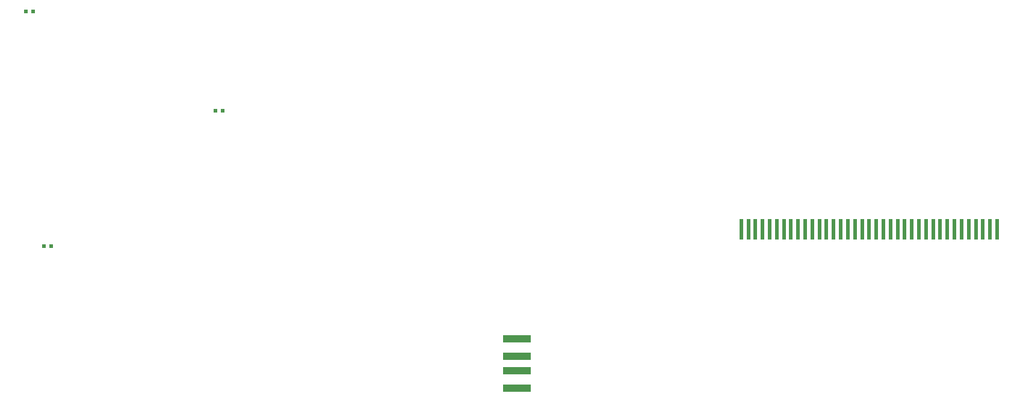
<source format=gbr>
G04 EAGLE Gerber RS-274X export*
G75*
%MOMM*%
%FSLAX34Y34*%
%LPD*%
%INSolderpaste Top*%
%IPPOS*%
%AMOC8*
5,1,8,0,0,1.08239X$1,22.5*%
G01*
%ADD10R,0.500000X3.000000*%
%ADD11R,4.000000X1.120000*%
%ADD12R,0.500000X0.600000*%


D10*
X1140800Y379300D03*
X1150800Y379300D03*
X1160800Y379300D03*
X1170800Y379300D03*
X1180800Y379300D03*
X1190800Y379300D03*
X1200800Y379300D03*
X1210800Y379300D03*
X1220800Y379300D03*
X1230800Y379300D03*
X1240800Y379300D03*
X1250800Y379300D03*
X1260800Y379300D03*
X1270800Y379300D03*
X1280800Y379300D03*
X1290800Y379300D03*
X1300800Y379300D03*
X1310800Y379300D03*
X1320800Y379300D03*
X1330800Y379300D03*
X1340800Y379300D03*
X1350800Y379300D03*
X1360800Y379300D03*
X1370800Y379300D03*
X1380800Y379300D03*
X1390800Y379300D03*
X1400800Y379300D03*
X1410800Y379300D03*
X1420800Y379300D03*
X1430800Y379300D03*
X1440800Y379300D03*
X1450800Y379300D03*
X1460800Y379300D03*
X1470800Y379300D03*
X1480800Y379300D03*
X1490800Y379300D03*
X1500800Y379300D03*
D11*
X825200Y180500D03*
X825200Y200500D03*
X825200Y155500D03*
X825200Y225500D03*
D12*
X160100Y355600D03*
X170100Y355600D03*
X134700Y685800D03*
X144700Y685800D03*
X401400Y546100D03*
X411400Y546100D03*
M02*

</source>
